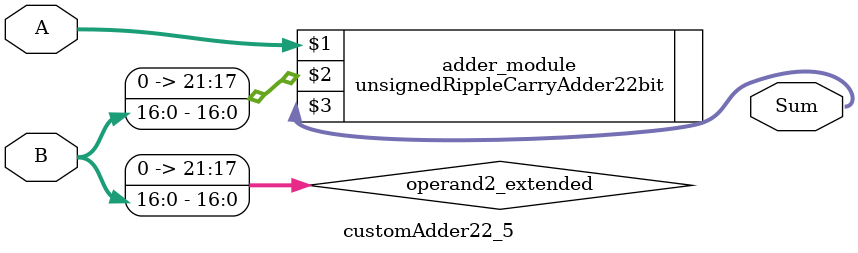
<source format=v>

module customAdder22_5(
                    input [21 : 0] A,
                    input [16 : 0] B,
                    
                    output [22 : 0] Sum
            );

    wire [21 : 0] operand2_extended;
    
    assign operand2_extended =  {5'b0, B};
    
    unsignedRippleCarryAdder22bit adder_module(
        A,
        operand2_extended,
        Sum
    );
    
endmodule
        
</source>
